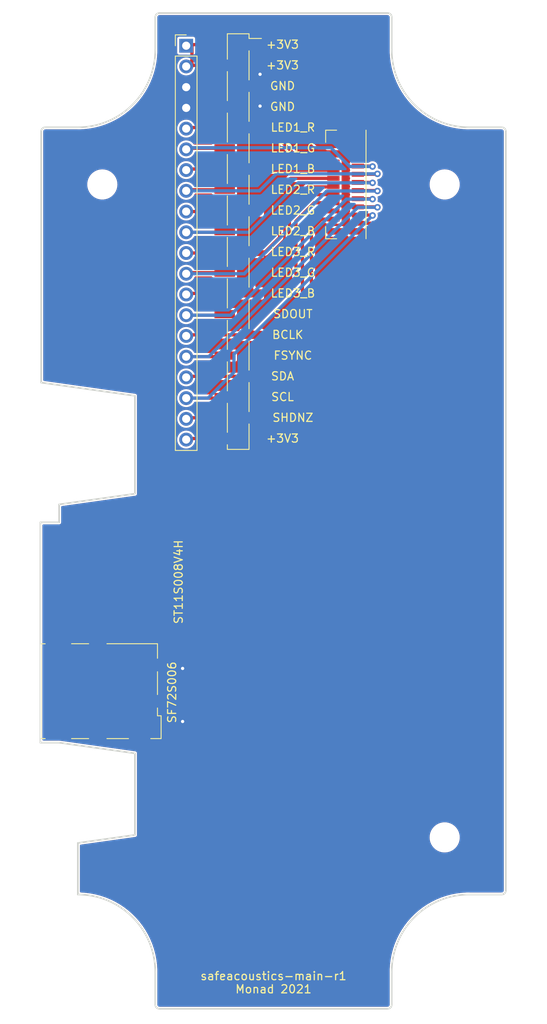
<source format=kicad_pcb>
(kicad_pcb (version 20201116) (generator pcbnew)
  (layers (0 "F.Cu" signal) (31 "B.Cu" signal) (34 "B.Paste" user) (35 "F.Paste" user) (36 "B.SilkS" user "B.Silkscreen") (37 "F.SilkS" user "F.Silkscreen") (38 "B.Mask" user) (39 "F.Mask" user) (44 "Edge.Cuts" user))
  (net 0 "")
  (net 1 "no_connect_19")
  (net 2 "no_connect_20")
  (net 3 "no_connect_21")
  (net 4 "no_connect_22")
  (net 5 "no_connect_23")
  (net 6 "no_connect_24")
  (net 7 "no_connect_25")
  (net 8 "no_connect_26")
  (net 9 "/+3V3")
  (net 10 "/SHDNZ")
  (net 11 "/SCL")
  (net 12 "/SDA")
  (net 13 "/FSYNC")
  (net 14 "/BCLK")
  (net 15 "/SDOUT")
  (net 16 "/LED3_B")
  (net 17 "/LED3_G")
  (net 18 "/LED3_R")
  (net 19 "/LED2_B")
  (net 20 "/LED2_G")
  (net 21 "/LED2_R")
  (net 22 "/LED1_B")
  (net 23 "/LED1_G")
  (net 24 "/LED1_R")
  (net 25 "/GND")
  (net 26 "no_connect_28")
  (net 27 "no_connect_34")
  (net 28 "no_connect_33")
  (net 29 "no_connect_32")
  (net 30 "no_connect_31")
  (net 31 "no_connect_30")
  (net 32 "no_connect_29")
  (net 33 "no_connect_27")
  (net 34 "no_connect_18")
  (net 35 "no_connect_35")
  (footprint "Connector_JAE:JAE_SIM_Card_SF72S006" (layer "F.Cu") (at -23.25 21.1 90)
    (fp_text reference "J1" hide)
    (fp_text value "JAE_SIM_Card_SF72S006")
    (fp_line (start 1.397 9.017) (end -1.397 9.015) (layer "F.SilkS") (width 0.12))
    (fp_line (start 4.82 -5.2705) (end -6.7945 -5.2705) (layer "F.SilkS") (width 0.12))
    (fp_line (start -4.0005 9.4615) (end -6.7945 9.4615) (layer "F.SilkS") (width 0.12))
    (fp_line (start -6.7945 9.4615) (end -6.7945 8.1915) (layer "F.SilkS") (width 0.12))
    (fp_line (start -3.048 9.015) (end -4.0005 9.015) (layer "F.SilkS") (width 0.12))
    (fp_line (start 4.826 -1.524) (end 4.826 0.5715) (layer "F.SilkS") (width 0.12))
    (fp_line (start -6.7945 -4.7625) (end -6.7945 -5.2705) (layer "F.SilkS") (width 0.12))
    (fp_line (start -6.7945 0.5715) (end -6.7945 -1.524) (layer "F.SilkS") (width 0.12))
    (fp_line (start -6.7945 5.461) (end -6.7945 2.815) (layer "F.SilkS") (width 0.12))
    (fp_line (start 4.826 2.815) (end 4.826 9.015) (layer "F.SilkS") (width 0.12))
    (fp_line (start -4.0005 9.4615) (end -4.0005 9.017) (layer "F.SilkS") (width 0.12))
    (fp_line (start 4.82 -5.2705) (end 4.82 -4.7625) (layer "F.SilkS") (width 0.12))
    (fp_line (start 4.826 9.015) (end 3.048 9.015) (layer "F.SilkS") (width 0.12))
    (pad "C1" smd rect (at -2.54 -2.46 270) (size 0.9 0.7) (layers "F.Cu" "F.Paste" "F.Mask") (net 34 "no_connect_18"))
    (pad "C2" smd rect (at 0 -2.46 270) (size 0.9 0.7) (layers "F.Cu" "F.Paste" "F.Mask") (net 1 "no_connect_19"))
    (pad "C3" smd rect (at 2.54 -2.46 270) (size 0.9 0.7) (layers "F.Cu" "F.Paste" "F.Mask") (net 2 "no_connect_20"))
    (pad "C5" smd rect (at -2.54 0.71 270) (size 0.9 0.7) (layers "F.Cu" "F.Paste" "F.Mask") (net 3 "no_connect_21"))
    (pad "C6" smd rect (at 0 0.71 270) (size 0.9 0.7) (layers "F.Cu" "F.Paste" "F.Mask") (net 4 "no_connect_22"))
    (pad "C7" smd rect (at 2.54 0.71 270) (size 0.9 0.7) (layers "F.Cu" "F.Paste" "F.Mask") (net 5 "no_connect_23"))
    (pad "CSW" smd rect (at 4.27 4.04 270) (size 0.7 0.7) (layers "F.Cu" "F.Paste" "F.Mask") (net 6 "no_connect_24"))
    (pad "DSW" smd rect (at 0.55 7.715 270) (size 1.2 0.65) (layers "F.Cu" "F.Paste" "F.Mask") (net 7 "no_connect_25"))
    (pad "SH" smd rect (at -6.555 -3.16 270) (size 0.45 2.9) (layers "F.Cu" "F.Paste" "F.Mask") (net 25 "/GND"))
    (pad "SH" smd rect (at 1.22 -4.31 270) (size 0.3 0.6) (layers "F.Cu" "F.Paste" "F.Mask") (net 25 "/GND"))
    (pad "SH" smd rect (at -6.555 1.69 270) (size 0.45 1.9) (layers "F.Cu" "F.Paste" "F.Mask") (net 25 "/GND"))
    (pad "SH" smd rect (at -1.22 -4.31 270) (size 0.3 0.6) (layers "F.Cu" "F.Paste" "F.Mask") (net 25 "/GND"))
    (pad "SH" smd rect (at 2.22 8.79 270) (size 1.4 0.5) (layers "F.Cu" "F.Paste" "F.Mask") (net 25 "/GND"))
    (pad "SH" smd rect (at -2.2 8.79 270) (size 1.4 0.5) (layers "F.Cu" "F.Paste" "F.Mask") (net 25 "/GND"))
    (pad "SH" smd rect (at 4.595 -3.16 270) (size 0.45 2.9) (layers "F.Cu" "F.Paste" "F.Mask") (net 25 "/GND"))
    (pad "SH" smd rect (at 4.095 5.84 270) (size 0.75 0.7) (layers "F.Cu" "F.Paste" "F.Mask") (net 25 "/GND"))
    (pad "SH" smd rect (at -6.555 6.84 270) (size 0.45 2.4) (layers "F.Cu" "F.Paste" "F.Mask") (net 25 "/GND"))
    (pad "SH" smd rect (at 4.595 1.69 270) (size 0.45 1.9) (layers "F.Cu" "F.Paste" "F.Mask") (net 25 "/GND"))
  )
  (footprint "Connector_PinHeader_2.54mm:PinHeader_1x20_P2.54mm_Vertical_SMD_Pin1Right" (layer "F.Cu") (at -4.331417 -33)
    (fp_text reference "J4" hide)
    (fp_text value "Conn_01x20")
    (fp_line (start -1.33 -20.83) (end -1.33 -17.27) (layer "F.SilkS") (width 0.12))
    (fp_line (start -1.33 14.73) (end -1.33 18.29) (layer "F.SilkS") (width 0.12))
    (fp_line (start 1.33 -3.05) (end 1.33 0.51) (layer "F.SilkS") (width 0.12))
    (fp_line (start 1.33 12.19) (end 1.33 15.75) (layer "F.SilkS") (width 0.12))
    (fp_line (start 1.33 -25.46) (end 1.33 -24.89) (layer "F.SilkS") (width 0.12))
    (fp_line (start 1.33 17.27) (end 1.33 20.83) (layer "F.SilkS") (width 0.12))
    (fp_line (start 1.33 -18.29) (end 1.33 -14.73) (layer "F.SilkS") (width 0.12))
    (fp_line (start 1.33 22.35) (end 1.33 25.46) (layer "F.SilkS") (width 0.12))
    (fp_line (start -1.33 -0.51) (end -1.33 3.05) (layer "F.SilkS") (width 0.12))
    (fp_line (start -1.33 25.46) (end 1.33 25.46) (layer "F.SilkS") (width 0.12))
    (fp_line (start 1.33 -13.21) (end 1.33 -9.65) (layer "F.SilkS") (width 0.12))
    (fp_line (start 1.33 -23.37) (end 1.33 -19.81) (layer "F.SilkS") (width 0.12))
    (fp_line (start -1.33 9.65) (end -1.33 13.21) (layer "F.SilkS") (width 0.12))
    (fp_line (start 1.33 2.03) (end 1.33 5.59) (layer "F.SilkS") (width 0.12))
    (fp_line (start -1.33 -5.59) (end -1.33 -2.03) (layer "F.SilkS") (width 0.12))
    (fp_line (start -1.33 4.57) (end -1.33 8.13) (layer "F.SilkS") (width 0.12))
    (fp_line (start 1.33 -24.89) (end 2.85 -24.89) (layer "F.SilkS") (width 0.12))
    (fp_line (start -1.33 19.81) (end -1.33 23.37) (layer "F.SilkS") (width 0.12))
    (fp_line (start -1.33 -25.46) (end 1.33 -25.46) (layer "F.SilkS") (width 0.12))
    (fp_line (start -1.33 24.89) (end -1.33 25.46) (layer "F.SilkS") (width 0.12))
    (fp_line (start 1.33 -8.13) (end 1.33 -4.57) (layer "F.SilkS") (width 0.12))
    (fp_line (start 1.33 7.11) (end 1.33 10.67) (layer "F.SilkS") (width 0.12))
    (fp_line (start -1.33 -10.67) (end -1.33 -7.11) (layer "F.SilkS") (width 0.12))
    (fp_line (start -1.33 -25.46) (end -1.33 -22.35) (layer "F.SilkS") (width 0.12))
    (fp_line (start -1.33 -15.75) (end -1.33 -12.19) (layer "F.SilkS") (width 0.12))
    (pad "1" smd rect (at 1.655 -24.13) (size 2.51 1) (layers "F.Cu" "F.Paste" "F.Mask") (net 9 "/+3V3"))
    (pad "2" smd rect (at -1.655 -21.59) (size 2.51 1) (layers "F.Cu" "F.Paste" "F.Mask") (net 9 "/+3V3"))
    (pad "3" smd rect (at 1.655 -19.05) (size 2.51 1) (layers "F.Cu" "F.Paste" "F.Mask") (net 25 "/GND"))
    (pad "4" smd rect (at -1.655 -16.51) (size 2.51 1) (layers "F.Cu" "F.Paste" "F.Mask") (net 25 "/GND"))
    (pad "5" smd rect (at 1.655 -13.97) (size 2.51 1) (layers "F.Cu" "F.Paste" "F.Mask") (net 24 "/LED1_R"))
    (pad "6" smd rect (at -1.655 -11.43) (size 2.51 1) (layers "F.Cu" "F.Paste" "F.Mask") (net 23 "/LED1_G"))
    (pad "7" smd rect (at 1.655 -8.89) (size 2.51 1) (layers "F.Cu" "F.Paste" "F.Mask") (net 22 "/LED1_B"))
    (pad "8" smd rect (at -1.655 -6.35) (size 2.51 1) (layers "F.Cu" "F.Paste" "F.Mask") (net 21 "/LED2_R"))
    (pad "9" smd rect (at 1.655 -3.81) (size 2.51 1) (layers "F.Cu" "F.Paste" "F.Mask") (net 20 "/LED2_G"))
    (pad "10" smd rect (at -1.655 -1.27) (size 2.51 1) (layers "F.Cu" "F.Paste" "F.Mask") (net 19 "/LED2_B"))
    (pad "11" smd rect (at 1.655 1.27) (size 2.51 1) (layers "F.Cu" "F.Paste" "F.Mask") (net 18 "/LED3_R"))
    (pad "12" smd rect (at -1.655 3.81) (size 2.51 1) (layers "F.Cu" "F.Paste" "F.Mask") (net 17 "/LED3_G"))
    (pad "13" smd rect (at 1.655 6.35) (size 2.51 1) (layers "F.Cu" "F.Paste" "F.Mask") (net 16 "/LED3_B"))
    (pad "14" smd rect (at -1.655 8.89) (size 2.51 1) (layers "F.Cu" "F.Paste" "F.Mask") (net 15 "/SDOUT"))
    (pad "15" smd rect (at 1.655 11.43) (size 2.51 1) (layers "F.Cu" "F.Paste" "F.Mask") (net 14 "/BCLK"))
    (pad "16" smd rect (at -1.655 13.97) (size 2.51 1) (layers "F.Cu" "F.Paste" "F.Mask") (net 13 "/FSYNC"))
    (pad "17" smd rect (at 1.655 16.51) (size 2.51 1) (layers "F.Cu" "F.Paste" "F.Mask") (net 12 "/SDA"))
    (pad "18" smd rect (at -1.655 19.05) (size 2.51 1) (layers "F.Cu" "F.Paste" "F.Mask") (net 11 "/SCL"))
    (pad "19" smd rect (at 1.655 21.59) (size 2.51 1) (layers "F.Cu" "F.Paste" "F.Mask") (net 10 "/SHDNZ"))
    (pad "20" smd rect (at -1.655 24.13) (size 2.51 1) (layers "F.Cu" "F.Paste" "F.Mask") (net 9 "/+3V3"))
  )
  (footprint "jeffmakes-footprints:microSD_JAE_ST11S008V4H" (layer "F.Cu") (at -28.25 8.7 -90)
    (fp_text reference "J3" hide)
    (fp_text value "Micro_SD_Card_Det_JAE_ST11")
    (pad "1" smd rect (at 2.37 -7.95 270) (size 0.64 0.7) (layers "F.Cu" "F.Paste" "F.Mask") (net 8 "no_connect_26"))
    (pad "2" smd rect (at 1.27 -7.95 270) (size 0.64 0.7) (layers "F.Cu" "F.Paste" "F.Mask") (net 33 "no_connect_27"))
    (pad "3" smd rect (at 0.17 -7.95 270) (size 0.64 0.7) (layers "F.Cu" "F.Paste" "F.Mask") (net 26 "no_connect_28"))
    (pad "4" smd rect (at -0.93 -7.95 270) (size 0.64 0.7) (layers "F.Cu" "F.Paste" "F.Mask") (net 32 "no_connect_29"))
    (pad "5" smd rect (at -2.03 -7.95 270) (size 0.64 0.7) (layers "F.Cu" "F.Paste" "F.Mask") (net 31 "no_connect_30"))
    (pad "6" smd rect (at -3.13 -7.95 270) (size 0.64 0.7) (layers "F.Cu" "F.Paste" "F.Mask") (net 30 "no_connect_31"))
    (pad "7" smd rect (at -4.23 -7.95 270) (size 0.64 0.7) (layers "F.Cu" "F.Paste" "F.Mask") (net 29 "no_connect_32"))
    (pad "8" smd rect (at -5.33 -7.95 270) (size 0.64 0.7) (layers "F.Cu" "F.Paste" "F.Mask") (net 28 "no_connect_33"))
    (pad "DSW1" smd rect (at -5.225 -14.775 270) (size 1.55 0.55) (layers "F.Cu" "F.Paste" "F.Mask") (net 27 "no_connect_34"))
    (pad "DSW2" smd rect (at -3.33 -14.15 270) (size 0.7 0.7) (layers "F.Cu" "F.Paste" "F.Mask") (net 35 "no_connect_35"))
    (pad "GND" smd rect (at 6.685 -7.68 270) (size 0.52 1.65) (layers "F.Cu" "F.Paste" "F.Mask") (net 25 "/GND"))
    (pad "GND" smd rect (at -6.65 -14.45 270) (size 0.57 1.85) (layers "F.Cu" "F.Paste" "F.Mask") (net 25 "/GND"))
    (pad "GND" smd rect (at 6.685 -14.32 270) (size 0.57 1.96) (layers "F.Cu" "F.Paste" "F.Mask") (net 25 "/GND"))
    (pad "GND" smd rect (at -6.65 -11.09 270) (size 0.52 0.82) (layers "F.Cu" "F.Paste" "F.Mask") (net 25 "/GND"))
    (pad "GND" smd rect (at -6.65 -8.88 270) (size 0.52 1.15) (layers "F.Cu" "F.Paste" "F.Mask") (net 25 "/GND"))
    (pad "GND" smd rect (at 5.4 -14.605 270) (size 1.3 0.45) (layers "F.Cu" "F.Paste" "F.Mask") (net 25 "/GND"))
    (pad "GND" smd rect (at -6.465 -0.85 270) (size 1.01 1.7) (layers "F.Cu" "F.Paste" "F.Mask") (net 25 "/GND"))
    (pad "GND" smd rect (at 6.685 -0.725 270) (size 0.57 1.45) (layers "F.Cu" "F.Paste" "F.Mask") (net 25 "/GND"))
  )
  (footprint "MountingHole:MountingHole_3.2mm_M3_DIN965" (layer "F.Cu") (at 21 40)
    (fp_text reference "REF**" hide)
    (fp_text value "MountingHole_3.2mm_M3_DIN965")
    (pad "1" np_thru_hole circle (at 0 0) (size 3.2 3.2) (drill 3.2) (layers *.Cu *.Mask))
  )
  (footprint "Connector_PinHeader_2.54mm:PinHeader_1x20_P2.54mm_Vertical" (layer "F.Cu") (at -10.712403 -57)
    (fp_text reference "J5" hide)
    (fp_text value "Conn_01x20")
    (fp_line (start -1.33 1.27) (end -1.33 49.59) (layer "F.SilkS") (width 0.12))
    (fp_line (start -1.33 -1.33) (end 0 -1.33) (layer "F.SilkS") (width 0.12))
    (fp_line (start 1.33 1.27) (end 1.33 49.59) (layer "F.SilkS") (width 0.12))
    (fp_line (start -1.33 49.59) (end 1.33 49.59) (layer "F.SilkS") (width 0.12))
    (fp_line (start -1.33 0) (end -1.33 -1.33) (layer "F.SilkS") (width 0.12))
    (fp_line (start -1.33 1.27) (end 1.33 1.27) (layer "F.SilkS") (width 0.12))
    (pad "1" thru_hole rect (at 0 0) (size 1.7 1.7) (drill 1) (layers *.Cu *.Mask) (net 9 "/+3V3"))
    (pad "2" thru_hole oval (at 0 2.54) (size 1.7 1.7) (drill 1) (layers *.Cu *.Mask) (net 9 "/+3V3"))
    (pad "3" thru_hole oval (at 0 5.08) (size 1.7 1.7) (drill 1) (layers *.Cu *.Mask) (net 25 "/GND"))
    (pad "4" thru_hole oval (at 0 7.62) (size 1.7 1.7) (drill 1) (layers *.Cu *.Mask) (net 25 "/GND"))
    (pad "5" thru_hole oval (at 0 10.16) (size 1.7 1.7) (drill 1) (layers *.Cu *.Mask) (net 24 "/LED1_R"))
    (pad "6" thru_hole oval (at 0 12.7) (size 1.7 1.7) (drill 1) (layers *.Cu *.Mask) (net 23 "/LED1_G"))
    (pad "7" thru_hole oval (at 0 15.24) (size 1.7 1.7) (drill 1) (layers *.Cu *.Mask) (net 22 "/LED1_B"))
    (pad "8" thru_hole oval (at 0 17.78) (size 1.7 1.7) (drill 1) (layers *.Cu *.Mask) (net 21 "/LED2_R"))
    (pad "9" thru_hole oval (at 0 20.32) (size 1.7 1.7) (drill 1) (layers *.Cu *.Mask) (net 20 "/LED2_G"))
    (pad "10" thru_hole oval (at 0 22.86) (size 1.7 1.7) (drill 1) (layers *.Cu *.Mask) (net 19 "/LED2_B"))
    (pad "11" thru_hole oval (at 0 25.4) (size 1.7 1.7) (drill 1) (layers *.Cu *.Mask) (net 18 "/LED3_R"))
    (pad "12" thru_hole oval (at 0 27.94) (size 1.7 1.7) (drill 1) (layers *.Cu *.Mask) (net 17 "/LED3_G"))
    (pad "13" thru_hole oval (at 0 30.48) (size 1.7 1.7) (drill 1) (layers *.Cu *.Mask) (net 16 "/LED3_B"))
    (pad "14" thru_hole oval (at 0 33.02) (size 1.7 1.7) (drill 1) (layers *.Cu *.Mask) (net 15 "/SDOUT"))
    (pad "15" thru_hole oval (at 0 35.56) (size 1.7 1.7) (drill 1) (layers *.Cu *.Mask) (net 14 "/BCLK"))
    (pad "16" thru_hole oval (at 0 38.1) (size 1.7 1.7) (drill 1) (layers *.Cu *.Mask) (net 13 "/FSYNC"))
    (pad "17" thru_hole oval (at 0 40.64) (size 1.7 1.7) (drill 1) (layers *.Cu *.Mask) (net 12 "/SDA"))
    (pad "18" thru_hole oval (at 0 43.18) (size 1.7 1.7) (drill 1) (layers *.Cu *.Mask) (net 11 "/SCL"))
    (pad "19" thru_hole oval (at 0 45.72) (size 1.7 1.7) (drill 1) (layers *.Cu *.Mask) (net 10 "/SHDNZ"))
    (pad "20" thru_hole oval (at 0 48.26) (size 1.7 1.7) (drill 1) (layers *.Cu *.Mask) (net 9 "/+3V3"))
  )
  (footprint "MountingHole:MountingHole_3.2mm_M3_DIN965" (layer "F.Cu") (at -21 -40)
    (fp_text reference "REF**" hide)
    (fp_text value "MountingHole_3.2mm_M3_DIN965")
    (pad "1" np_thru_hole circle (at 0 0) (size 3.2 3.2) (drill 3.2) (layers *.Cu *.Mask))
  )
  (footprint "jeffmakes-footprints:Hirose_FH12-20S-0.5SVA_1x20-1MP_P0.50mm_Vertical" (layer "F.Cu") (at 8.15 -40 90)
    (fp_text reference "J2" hide)
    (fp_text value "Conn_01x20")
    (fp_line (start -5.16 -1.75) (end -6.65 -1.75) (layer "F.SilkS") (width 0.12))
    (fp_line (start 5.16 -1.75) (end 6.65 -1.75) (layer "F.SilkS") (width 0.12))
    (fp_line (start -6.65 3.2) (end 6.65 3.2) (layer "F.SilkS") (width 0.12))
    (fp_line (start -6.65 -1.75) (end -6.65 -0.41) (layer "F.SilkS") (width 0.12))
    (fp_line (start 6.65 -1.75) (end 6.65 -0.41) (layer "F.SilkS") (width 0.12))
    (pad "1" smd rect (at 4.75 -0.8 270) (size 0.6 1.5) (layers "F.Cu" "F.Paste" "F.Mask") (net 9 "/+3V3"))
    (pad "2" smd rect (at 4.25 2.2 270) (size 0.6 1.5) (layers "F.Cu" "F.Paste" "F.Mask") (net 9 "/+3V3"))
    (pad "3" smd rect (at 3.75 -0.8 270) (size 0.6 1.5) (layers "F.Cu" "F.Paste" "F.Mask") (net 25 "/GND"))
    (pad "4" smd rect (at 3.25 2.2 270) (size 0.6 1.5) (layers "F.Cu" "F.Paste" "F.Mask") (net 25 "/GND"))
    (pad "5" smd rect (at 2.75 -0.8 270) (size 0.6 1.5) (layers "F.Cu" "F.Paste" "F.Mask") (net 24 "/LED1_R"))
    (pad "6" smd rect (at 2.25 2.2 270) (size 0.6 1.5) (layers "F.Cu" "F.Paste" "F.Mask") (net 23 "/LED1_G"))
    (pad "7" smd rect (at 1.75 -0.8 270) (size 0.6 1.5) (layers "F.Cu" "F.Paste" "F.Mask") (net 22 "/LED1_B"))
    (pad "8" smd rect (at 1.25 2.2 270) (size 0.6 1.5) (layers "F.Cu" "F.Paste" "F.Mask") (net 21 "/LED2_R"))
    (pad "9" smd rect (at 0.75 -0.8 270) (size 0.6 1.5) (layers "F.Cu" "F.Paste" "F.Mask") (net 20 "/LED2_G"))
    (pad "10" smd rect (at 0.25 2.2 270) (size 0.6 1.5) (layers "F.Cu" "F.Paste" "F.Mask") (net 19 "/LED2_B"))
    (pad "11" smd rect (at -0.25 -0.8 270) (size 0.6 1.5) (layers "F.Cu" "F.Paste" "F.Mask") (net 18 "/LED3_R"))
    (pad "12" smd rect (at -0.75 2.2 270) (size 0.6 1.5) (layers "F.Cu" "F.Paste" "F.Mask") (net 17 "/LED3_G"))
    (pad "13" smd rect (at -1.25 -0.8 270) (size 0.6 1.5) (layers "F.Cu" "F.Paste" "F.Mask") (net 16 "/LED3_B"))
    (pad "14" smd rect (at -1.75 2.2 270) (size 0.6 1.5) (layers "F.Cu" "F.Paste" "F.Mask") (net 15 "/SDOUT"))
    (pad "15" smd rect (at -2.25 -0.8 270) (size 0.6 1.5) (layers "F.Cu" "F.Paste" "F.Mask") (net 14 "/BCLK"))
    (pad "16" smd rect (at -2.75 2.2 270) (size 0.6 1.5) (layers "F.Cu" "F.Paste" "F.Mask") (net 13 "/FSYNC"))
    (pad "17" smd rect (at -3.25 -0.8 270) (size 0.6 1.5) (layers "F.Cu" "F.Paste" "F.Mask") (net 12 "/SDA"))
    (pad "18" smd rect (at -3.75 2.2 270) (size 0.6 1.5) (layers "F.Cu" "F.Paste" "F.Mask") (net 11 "/SCL"))
    (pad "19" smd rect (at -4.25 -0.8 270) (size 0.6 1.5) (layers "F.Cu" "F.Paste" "F.Mask") (net 10 "/SHDNZ"))
    (pad "20" smd rect (at -4.75 2.2 270) (size 0.6 1.5) (layers "F.Cu" "F.Paste" "F.Mask") (net 9 "/+3V3"))
    (pad "MP" smd rect (at -5.75 2.05 90) (size 0.8 1.8) (layers "F.Cu" "F.Paste" "F.Mask"))
    (pad "MP" smd rect (at 5.75 2.05 90) (size 0.8 1.8) (layers "F.Cu" "F.Paste" "F.Mask"))
    (pad "MP" smd rect (at 5.75 -0.65 90) (size 0.8 1.8) (layers "F.Cu" "F.Paste" "F.Mask"))
    (pad "MP" smd rect (at -5.75 -0.65 90) (size 0.8 1.8) (layers "F.Cu" "F.Paste" "F.Mask"))
  )
  (footprint "MountingHole:MountingHole_3.2mm_M3_DIN965" (layer "F.Cu") (at 21 -40)
    (fp_text reference "REF**" hide)
    (fp_text value "MountingHole_3.2mm_M3_DIN965")
    (pad "1" np_thru_hole circle (at 0 0) (size 3.2 3.2) (drill 3.2) (layers *.Cu *.Mask))
  )
  (gr_line (start 14.5014 56.5014) (end 14.5014 60.5014) (layer "Edge.Cuts") (width 0.2))
  (gr_line (start 14.0014 61.0014) (end -14.0014 61.0014) (layer "Edge.Cuts") (width 0.2))
  (gr_line (start -14.5014 -56.5014) (end -14.5014 -60.5014) (layer "Edge.Cuts") (width 0.2))
  (gr_arc (start 28.0014 -46.5014) (end 28.5014 -46.5014) (angle -90) (layer "Edge.Cuts") (width 0.2))
  (gr_arc (start -14.0014 60.5014) (end -14.5014 60.5014) (angle -90) (layer "Edge.Cuts") (width 0.2))
  (gr_line (start -28.5014 -46.5014) (end -28.5014 -15.722) (layer "Edge.Cuts") (width 0.2))
  (gr_arc (start 14.0014 -60.5014) (end 14.5014 -60.5014) (angle -90) (layer "Edge.Cuts") (width 0.2))
  (gr_line (start -26.3 28.3944) (end -17 29.7014) (layer "Edge.Cuts") (width 0.2))
  (gr_line (start 14.5014 -60.5014) (end 14.5014 -56.5014) (layer "Edge.Cuts") (width 0.2))
  (gr_arc (start 24.0014 -56.5014) (end 14.5014 -56.5014) (angle -90) (layer "Edge.Cuts") (width 0.2))
  (gr_line (start -26.3 -0.798594) (end -17 -2.10562) (layer "Edge.Cuts") (width 0.2))
  (gr_arc (start 24.0014 56.5014) (end 24.0014 47.0014) (angle -90) (layer "Edge.Cuts") (width 0.2))
  (gr_arc (start 28.0014 46.5014) (end 28.0014 47.0014) (angle -90) (layer "Edge.Cuts") (width 0.2))
  (gr_line (start -28.6 1.40141) (end -28.6 28.3944) (layer "Edge.Cuts") (width 0.2))
  (gr_line (start -14.5014 60.5014) (end -14.5014 56.5014) (layer "Edge.Cuts") (width 0.2))
  (gr_line (start -28.6 28.3944) (end -26.3 28.3944) (layer "Edge.Cuts") (width 0.2))
  (gr_line (start 28.0014 47.0014) (end 24.0014 47.0014) (layer "Edge.Cuts") (width 0.2))
  (gr_line (start 28.5014 -46.5014) (end 28.5014 46.5014) (layer "Edge.Cuts") (width 0.2))
  (gr_line (start 24.0014 -47.0014) (end 28.0014 -47.0014) (layer "Edge.Cuts") (width 0.2))
  (gr_arc (start 14.0014 60.5014) (end 14.0014 61.0014) (angle -90) (layer "Edge.Cuts") (width 0.2))
  (gr_line (start -28.5014 -15.722) (end -17 -14.1056) (layer "Edge.Cuts") (width 0.2))
  (gr_line (start -28.0014 -47.0014) (end -24.0014 -47.0014) (layer "Edge.Cuts") (width 0.2))
  (gr_arc (start -14.0014 -60.5014) (end -14.0014 -61.0014) (angle -90) (layer "Edge.Cuts") (width 0.2))
  (gr_arc (start -24.0014 -56.5014) (end -24.0014 -47.0014) (angle -90) (layer "Edge.Cuts") (width 0.2))
  (gr_line (start -26.3 1.40141) (end -28.6 1.40141) (layer "Edge.Cuts") (width 0.2))
  (gr_line (start -24.0014 47.0014) (end -24.0014 40.6854) (layer "Edge.Cuts") (width 0.2))
  (gr_line (start -17 39.7014) (end -24.0014 40.6854) (layer "Edge.Cuts") (width 0.2))
  (gr_line (start -17 29.7014) (end -17 39.7014) (layer "Edge.Cuts") (width 0.2))
  (gr_line (start -17 -14.1056) (end -17 -2.10562) (layer "Edge.Cuts") (width 0.2))
  (gr_arc (start -28.0014 -46.5014) (end -28.0014 -47.0014) (angle -90) (layer "Edge.Cuts") (width 0.2))
  (gr_line (start -14.0014 -61.0014) (end 14.0014 -61.0014) (layer "Edge.Cuts") (width 0.2))
  (gr_line (start -26.3 1.40141) (end -26.3 -0.798594) (layer "Edge.Cuts") (width 0.2))
  (gr_arc (start -24.0014 56.5014) (end -14.5014 56.5014) (angle -90) (layer "Edge.Cuts") (width 0.2))
  (gr_text "SCL" (at 1.11 -13.965) (layer "F.SilkS") (effects (font (size 1 1))))
  (gr_text "ST11S008V4H" (at -11.65 8.7 90) (layer "F.SilkS") (effects (font (size 1 1))))
  (gr_text "GND" (at 1.11 -52.065) (layer "F.SilkS") (effects (font (size 1 1))))
  (gr_text "SHDNZ" (at 2.38 -11.425) (layer "F.SilkS") (effects (font (size 1 1))))
  (gr_text "FSYNC" (at 2.38 -19.045) (layer "F.SilkS") (effects (font (size 1 1))))
  (gr_text "+3V3" (at 1.11 -54.605) (layer "F.SilkS") (effects (font (size 1 1))))
  (gr_text "SDOUT" (at 2.38 -24.125) (layer "F.SilkS") (effects (font (size 1 1))))
  (gr_text "LED2_G" (at 2.38 -36.825) (layer "F.SilkS") (effects (font (size 1 1))))
  (gr_text "LED1_G" (at 2.38 -44.445) (layer "F.SilkS") (effects (font (size 1 1))))
  (gr_text "LED1_B" (at 2.38 -41.905) (layer "F.SilkS") (effects (font (size 1 1))))
  (gr_text "+3V3" (at 1.11 -8.885) (layer "F.SilkS") (effects (font (size 1 1))))
  (gr_text "BCLK" (at 1.745 -21.585) (layer "F.SilkS") (effects (font (size 1 1))))
  (gr_text "LED1_R" (at 2.38 -46.985) (layer "F.SilkS") (effects (font (size 1 1))))
  (gr_text "SF72S006" (at -12.45 22.23 90) (layer "F.SilkS") (effects (font (size 1 1))))
  (gr_text "LED3_B" (at 2.38 -26.665) (layer "F.SilkS") (effects (font (size 1 1))))
  (gr_text "LED3_G" (at 2.38 -29.205) (layer "F.SilkS") (effects (font (size 1 1))))
  (gr_text "LED3_R" (at 2.38 -31.745) (layer "F.SilkS") (effects (font (size 1 1))))
  (gr_text "SDA" (at 1.11 -16.505) (layer "F.SilkS") (effects (font (size 1 1))))
  (gr_text "+3V3" (at 1.11 -57.145) (layer "F.SilkS") (effects (font (size 1 1))))
  (gr_text "GND" (at 1.11 -49.525) (layer "F.SilkS") (effects (font (size 1 1))))
  (gr_text "LED2_R" (at 2.38 -39.365) (layer "F.SilkS") (effects (font (size 1 1))))
  (gr_text "safeacoustics-main-r1\nMonad 2021" (at 0 57.79) (layer "F.SilkS") (effects (font (size 1 1))))
  (gr_text "LED2_B" (at 2.38 -34.285) (layer "F.SilkS") (effects (font (size 1 1))))
  (segment (start 13.5 -21.65) (end 13.5 -35.25) (width 0.4) (layer "F.Cu") (net 9))
  (segment (start 3.46 -54.59) (end 4.25 -53.8) (width 0.4) (layer "F.Cu") (net 9))
  (segment (start 9.85 -44.75) (end 7.35 -44.75) (width 0.4) (layer "F.Cu") (net 9))
  (segment (start 13.5 -35.25) (end 10.35 -35.25) (width 0.4) (layer "F.Cu") (net 9))
  (segment (start -10.712403 -54.46) (end -10.582403 -54.59) (width 0.4) (layer "F.Cu") (net 9))
  (segment (start -10.712403 -57) (end -10 -56.287597) (width 0.4) (layer "F.Cu") (net 9))
  (segment (start -10.582403 -57.13) (end -10.712403 -57) (width 0.4) (layer "F.Cu") (net 9))
  (segment (start -10.582403 -8.87) (end -5.986417 -8.87) (width 0.4) (layer "F.Cu") (net 9))
  (segment (start -10 -57) (end -10 -55.172403) (width 0.4) (layer "F.Cu") (net 9))
  (segment (start 4.55 -45.7) (end 4.55 -53.5) (width 0.4) (layer "F.Cu") (net 9))
  (segment (start 14.75 -36.5) (end 13.5 -35.25) (width 0.4) (layer "F.Cu") (net 9))
  (segment (start 10.3 -44.3) (end 9.85 -44.75) (width 0.4) (layer "F.Cu") (net 9))
  (segment (start 7.35 -44.75) (end 5.5 -44.75) (width 0.4) (layer "F.Cu") (net 9))
  (segment (start -2.676417 -57.13) (end -10.582403 -57.13) (width 0.4) (layer "F.Cu") (net 9))
  (segment (start -5.986417 -8.87) (end 0.72 -8.87) (width 0.4) (layer "F.Cu") (net 9))
  (segment (start 0.92 -57.13) (end -2.676417 -57.13) (width 0.4) (layer "F.Cu") (net 9))
  (segment (start 14.75 -42.6) (end 14.75 -36.5) (width 0.4) (layer "F.Cu") (net 9))
  (segment (start 0.72 -8.87) (end 13.5 -21.65) (width 0.4) (layer "F.Cu") (net 9))
  (segment (start 4.55 -53.5) (end 4.25 -53.8) (width 0.4) (layer "F.Cu") (net 9))
  (segment (start -10 -56.287597) (end -10 -54.46) (width 0.4) (layer "F.Cu") (net 9))
  (segment (start 10.35 -44.25) (end 13.1 -44.25) (width 0.4) (layer "F.Cu") (net 9))
  (segment (start -5.986417 -54.59) (end 3.46 -54.59) (width 0.4) (layer "F.Cu") (net 9))
  (segment (start 4.25 -53.8) (end 0.92 -57.13) (width 0.4) (layer "F.Cu") (net 9))
  (segment (start 5.5 -44.75) (end 4.55 -45.7) (width 0.4) (layer "F.Cu") (net 9))
  (segment (start -10 -55.172403) (end -10.712403 -54.46) (width 0.4) (layer "F.Cu") (net 9))
  (segment (start 13.1 -44.25) (end 14.75 -42.6) (width 0.4) (layer "F.Cu") (net 9))
  (segment (start -10.712403 -8.74) (end -10.582403 -8.87) (width 0.4) (layer "F.Cu") (net 9))
  (segment (start 10.35 -44.25) (end 10.3 -44.3) (width 0.4) (layer "F.Cu") (net 9))
  (segment (start -10.582403 -54.59) (end -5.986417 -54.59) (width 0.4) (layer "F.Cu") (net 9))
  (segment (start 4.65 -34.5) (end 5.9 -35.75) (width 0.4) (layer "F.Cu") (net 10))
  (segment (start 4.65 -17.905) (end 4.65 -34.5) (width 0.4) (layer "F.Cu") (net 10))
  (segment (start -10.582403 -11.41) (end -2.676417 -11.41) (width 0.4) (layer "F.Cu") (net 10))
  (segment (start 5.9 -35.75) (end 7.35 -35.75) (width 0.4) (layer "F.Cu") (net 10))
  (segment (start -1.845 -11.41) (end 4.65 -17.905) (width 0.4) (layer "F.Cu") (net 10))
  (segment (start -10.712403 -11.28) (end -10.582403 -11.41) (width 0.4) (layer "F.Cu") (net 10))
  (segment (start -2.676417 -11.41) (end -1.845 -11.41) (width 0.4) (layer "F.Cu") (net 10))
  (segment (start 12.1 -36.25) (end 12.15 -36.2) (width 0.4) (layer "F.Cu") (net 11))
  (segment (start 10.35 -36.25) (end 12.1 -36.25) (width 0.4) (layer "F.Cu") (net 11))
  (segment (start -10.712403 -13.82) (end -6.116417 -13.82) (width 0.4) (layer "F.Cu") (net 11))
  (segment (start -6.116417 -13.82) (end -5.986417 -13.95) (width 0.4) (layer "F.Cu") (net 11))
  (via (at 12.15 -36.2) (size 0.8) (drill 0.4) (layers "F.Cu" "B.Cu") (net 11))
  (segment (start -4.85 -17) (end -8.03 -13.82) (width 0.4) (layer "B.Cu") (net 11))
  (segment (start -8.03 -13.82) (end -10.712403 -13.82) (width 0.4) (layer "B.Cu") (net 11))
  (segment (start -4.85 -19.2) (end -4.85 -17) (width 0.4) (layer "B.Cu") (net 11))
  (segment (start 12.15 -36.2) (end -4.85 -19.2) (width 0.4) (layer "B.Cu") (net 11))
  (segment (start 5.3 -36.75) (end 7.35 -36.75) (width 0.4) (layer "F.Cu") (net 12))
  (segment (start 3.55 -21.885) (end 3.55 -35) (width 0.4) (layer "F.Cu") (net 12))
  (segment (start 3.55 -35) (end 5.3 -36.75) (width 0.4) (layer "F.Cu") (net 12))
  (segment (start -2.676417 -16.49) (end -1.845 -16.49) (width 0.4) (layer "F.Cu") (net 12))
  (segment (start -1.845 -16.49) (end 3.55 -21.885) (width 0.4) (layer "F.Cu") (net 12))
  (segment (start -10.582403 -16.49) (end -2.676417 -16.49) (width 0.4) (layer "F.Cu") (net 12))
  (segment (start -10.712403 -16.36) (end -10.582403 -16.49) (width 0.4) (layer "F.Cu") (net 12))
  (segment (start 12.7 -37.25) (end 12.75 -37.2) (width 0.4) (layer "F.Cu") (net 13))
  (segment (start -10.712403 -18.9) (end -6.116417 -18.9) (width 0.4) (layer "F.Cu") (net 13))
  (segment (start 10.35 -37.25) (end 12.7 -37.25) (width 0.4) (layer "F.Cu") (net 13))
  (segment (start -6.116417 -18.9) (end -5.986417 -19.03) (width 0.4) (layer "F.Cu") (net 13))
  (via (at 12.75 -37.2) (size 0.8) (drill 0.4) (layers "F.Cu" "B.Cu") (net 13))
  (segment (start 10.35 -37.2) (end -7.95 -18.9) (width 0.4) (layer "B.Cu") (net 13))
  (segment (start -7.95 -18.9) (end -10.712403 -18.9) (width 0.4) (layer "B.Cu") (net 13))
  (segment (start 12.75 -37.2) (end 10.35 -37.2) (width 0.4) (layer "B.Cu") (net 13))
  (segment (start -10.582403 -21.57) (end -2.676417 -21.57) (width 0.4) (layer "F.Cu") (net 14))
  (segment (start 2.75 -27.7) (end 2.75 -35.5) (width 0.4) (layer "F.Cu") (net 14))
  (segment (start -10.712403 -21.44) (end -10.582403 -21.57) (width 0.4) (layer "F.Cu") (net 14))
  (segment (start -2.676417 -21.57) (end -2.676417 -22.273583) (width 0.4) (layer "F.Cu") (net 14))
  (segment (start 2.75 -35.5) (end 5 -37.75) (width 0.4) (layer "F.Cu") (net 14))
  (segment (start 5 -37.75) (end 7.35 -37.75) (width 0.4) (layer "F.Cu") (net 14))
  (segment (start -2.676417 -22.273583) (end 2.75 -27.7) (width 0.4) (layer "F.Cu") (net 14))
  (segment (start -6.116417 -23.98) (end -5.986417 -24.11) (width 0.4) (layer "F.Cu") (net 15))
  (segment (start 10.35 -38.25) (end 12.1 -38.25) (width 0.4) (layer "F.Cu") (net 15))
  (segment (start -10.712403 -23.98) (end -6.116417 -23.98) (width 0.4) (layer "F.Cu") (net 15))
  (segment (start 12.1 -38.25) (end 12.15 -38.2) (width 0.4) (layer "F.Cu") (net 15))
  (via (at 12.15 -38.2) (size 0.8) (drill 0.4) (layers "F.Cu" "B.Cu") (net 15))
  (segment (start -5.27 -23.98) (end -10.712403 -23.98) (width 0.4) (layer "B.Cu") (net 15))
  (segment (start 8.95 -38.2) (end -5.27 -23.98) (width 0.4) (layer "B.Cu") (net 15))
  (segment (start 12.15 -38.2) (end 8.95 -38.2) (width 0.4) (layer "B.Cu") (net 15))
  (segment (start 1.95 -36.1) (end 1.95 -33.049998) (width 0.4) (layer "F.Cu") (net 16))
  (segment (start -10.582403 -26.65) (end -2.676417 -26.65) (width 0.4) (layer "F.Cu") (net 16))
  (segment (start 7.35 -38.75) (end 4.6 -38.75) (width 0.4) (layer "F.Cu") (net 16))
  (segment (start 4.6 -38.75) (end 1.95 -36.1) (width 0.4) (layer "F.Cu") (net 16))
  (segment (start 1.95 -33.049998) (end -2.676417 -28.423581) (width 0.4) (layer "F.Cu") (net 16))
  (segment (start -10.712403 -26.52) (end -10.582403 -26.65) (width 0.4) (layer "F.Cu") (net 16))
  (segment (start -2.676417 -28.423581) (end -2.676417 -26.65) (width 0.4) (layer "F.Cu") (net 16))
  (segment (start 12.7 -39.25) (end 12.75 -39.2) (width 0.4) (layer "F.Cu") (net 17))
  (segment (start 10.35 -39.25) (end 12.7 -39.25) (width 0.4) (layer "F.Cu") (net 17))
  (segment (start -10.582403 -29.19) (end -5.986417 -29.19) (width 0.4) (layer "F.Cu") (net 17))
  (segment (start -10.712403 -29.06) (end -10.582403 -29.19) (width 0.4) (layer "F.Cu") (net 17))
  (via (at 12.75 -39.2) (size 0.8) (drill 0.4) (layers "F.Cu" "B.Cu") (net 17))
  (segment (start 6.55 -39.2) (end -3.59 -29.06) (width 0.4) (layer "B.Cu") (net 17))
  (segment (start -3.59 -29.06) (end -10.712403 -29.06) (width 0.4) (layer "B.Cu") (net 17))
  (segment (start 12.75 -39.2) (end 6.55 -39.2) (width 0.4) (layer "B.Cu") (net 17))
  (segment (start -2.676417 -31.73) (end -2.806417 -31.6) (width 0.4) (layer "F.Cu") (net 18))
  (segment (start 6.684298 -39.7) (end 4.25 -39.7) (width 0.4) (layer "F.Cu") (net 18))
  (segment (start -2.806417 -31.6) (end -10.712403 -31.6) (width 0.4) (layer "F.Cu") (net 18))
  (segment (start 6.734298 -39.75) (end 6.684298 -39.7) (width 0.4) (layer "F.Cu") (net 18))
  (segment (start -1.02 -31.73) (end -2.676417 -31.73) (width 0.4) (layer "F.Cu") (net 18))
  (segment (start 0.75 -36.2) (end 0.75 -33.5) (width 0.4) (layer "F.Cu") (net 18))
  (segment (start 0.75 -33.5) (end -1.02 -31.73) (width 0.4) (layer "F.Cu") (net 18))
  (segment (start 7.35 -39.75) (end 6.734298 -39.75) (width 0.4) (layer "F.Cu") (net 18))
  (segment (start 4.25 -39.7) (end 0.75 -36.2) (width 0.4) (layer "F.Cu") (net 18))
  (segment (start -6.116417 -34.14) (end -5.986417 -34.27) (width 0.4) (layer "F.Cu") (net 19))
  (segment (start 10.35 -40.25) (end 12.1 -40.25) (width 0.4) (layer "F.Cu") (net 19))
  (segment (start -10.712403 -34.14) (end -6.116417 -34.14) (width 0.4) (layer "F.Cu") (net 19))
  (segment (start 12.1 -40.25) (end 12.15 -40.2) (width 0.4) (layer "F.Cu") (net 19))
  (via (at 12.15 -40.2) (size 0.8) (drill 0.4) (layers "F.Cu" "B.Cu") (net 19))
  (segment (start 3.05 -40.2) (end -3.01 -34.14) (width 0.4) (layer "B.Cu") (net 19))
  (segment (start -3.01 -34.14) (end -10.712403 -34.14) (width 0.4) (layer "B.Cu") (net 19))
  (segment (start 12.15 -40.2) (end 3.05 -40.2) (width 0.4) (layer "B.Cu") (net 19))
  (segment (start 2.095 -40.75) (end -1.845 -36.81) (width 0.4) (layer "F.Cu") (net 20))
  (segment (start 7.35 -40.75) (end 2.095 -40.75) (width 0.4) (layer "F.Cu") (net 20))
  (segment (start -2.806417 -36.68) (end -10.712403 -36.68) (width 0.4) (layer "F.Cu") (net 20))
  (segment (start -1.845 -36.81) (end -2.676417 -36.81) (width 0.4) (layer "F.Cu") (net 20))
  (segment (start -2.676417 -36.81) (end -2.806417 -36.68) (width 0.4) (layer "F.Cu") (net 20))
  (segment (start -10.582403 -39.35) (end -5.986417 -39.35) (width 0.4) (layer "F.Cu") (net 21))
  (segment (start 10.35 -41.25) (end 12.7 -41.25) (width 0.4) (layer "F.Cu") (net 21))
  (segment (start -10.712403 -39.22) (end -10.582403 -39.35) (width 0.4) (layer "F.Cu") (net 21))
  (segment (start 12.7 -41.25) (end 12.75 -41.3) (width 0.4) (layer "F.Cu") (net 21))
  (via (at 12.75 -41.3) (size 0.8) (drill 0.4) (layers "F.Cu" "B.Cu") (net 21))
  (segment (start 0.35 -41.3) (end -1.73 -39.22) (width 0.4) (layer "B.Cu") (net 21))
  (segment (start 12.75 -41.3) (end 0.35 -41.3) (width 0.4) (layer "B.Cu") (net 21))
  (segment (start -1.73 -39.22) (end -10.712403 -39.22) (width 0.4) (layer "B.Cu") (net 21))
  (segment (start -2.536417 -41.75) (end -2.676417 -41.89) (width 0.4) (layer "F.Cu") (net 22))
  (segment (start -10.582403 -41.89) (end -2.676417 -41.89) (width 0.4) (layer "F.Cu") (net 22))
  (segment (start -10.712403 -41.76) (end -10.582403 -41.89) (width 0.4) (layer "F.Cu") (net 22))
  (segment (start 7.35 -41.75) (end -2.536417 -41.75) (width 0.4) (layer "F.Cu") (net 22))
  (segment (start -10.712403 -44.3) (end -10.582403 -44.43) (width 0.4) (layer "F.Cu") (net 23))
  (segment (start -10.582403 -44.43) (end -5.986417 -44.43) (width 0.4) (layer "F.Cu") (net 23))
  (segment (start 12.1 -42.25) (end 12.15 -42.2) (width 0.4) (layer "F.Cu") (net 23))
  (segment (start 10.35 -42.25) (end 12.1 -42.25) (width 0.4) (layer "F.Cu") (net 23))
  (segment (start -5.085 -44.5) (end -5.155 -44.43) (width 0.4) (layer "F.Cu") (net 23))
  (segment (start -5.155 -44.43) (end -5.986417 -44.43) (width 0.4) (layer "F.Cu") (net 23))
  (via (at 12.15 -42.2) (size 0.8) (drill 0.4) (layers "F.Cu" "B.Cu") (net 23))
  (segment (start 12.15 -42.2) (end 9.35 -42.2) (width 0.4) (layer "B.Cu") (net 23))
  (segment (start 9.35 -42.2) (end 7.05 -44.5) (width 0.4) (layer "B.Cu") (net 23))
  (segment (start 7.05 -44.5) (end -10.512403 -44.5) (width 0.4) (layer "B.Cu") (net 23))
  (segment (start -10.512403 -44.5) (end -10.712403 -44.3) (width 0.4) (layer "B.Cu") (net 23))
  (segment (start -10.582403 -46.97) (end -2.676417 -46.97) (width 0.4) (layer "F.Cu") (net 24))
  (segment (start -2.676417 -46.97) (end -0.72 -46.97) (width 0.4) (layer "F.Cu") (net 24))
  (segment (start -10.712403 -46.84) (end -10.582403 -46.97) (width 0.4) (layer "F.Cu") (net 24))
  (segment (start 3.5 -42.75) (end 7.35 -42.75) (width 0.4) (layer "F.Cu") (net 24))
  (segment (start -0.72 -46.97) (end 3.5 -42.75) (width 0.4) (layer "F.Cu") (net 24))
  (via (at -1.65 -53.5) (size 0.8) (drill 0.4) (layers "F.Cu" "B.Cu") (net 25))
  (via (at -11.15 25.8) (size 0.8) (drill 0.4) (layers "F.Cu" "B.Cu") (net 25))
  (via (at -1.65 -49.6) (size 0.8) (drill 0.4) (layers "F.Cu" "B.Cu") (net 25))
  (via (at -11.15 19.3) (size 0.8) (drill 0.4) (layers "F.Cu" "B.Cu") (net 25))
  (zone (net 25) (net_name "/GND") (layers F&B.Cu) (connect_pads yes (clearance 0.25)) (min_thickness 0.254) (fill yes (thermal_gap 0.508) (thermal_bridge_width 0.508) (island_removal_mode 2) (island_area_min 50))
    (polygon (pts (xy 31.55 -62.6) (xy 31.85 62.9) (xy -30.65 62.9) (xy -30.65 -62.6)))
  )
)
</source>
